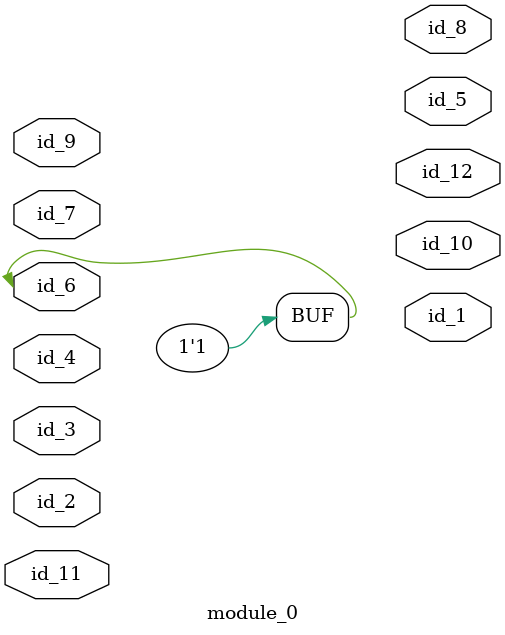
<source format=v>
`timescale 1 ps / 1ps `timescale 1 ps / 1ps `timescale 1ps / 1ps
module module_0 (
    id_1,
    id_2,
    id_3,
    id_4,
    id_5,
    id_6,
    id_7,
    id_8,
    id_9,
    id_10,
    id_11,
    id_12
);
  output id_12;
  input id_11;
  output id_10;
  input id_9;
  output id_8;
  inout id_7;
  inout id_6;
  output id_5;
  input id_4;
  inout id_3;
  inout id_2;
  output id_1;
  assign id_6 = 1;
endmodule

</source>
